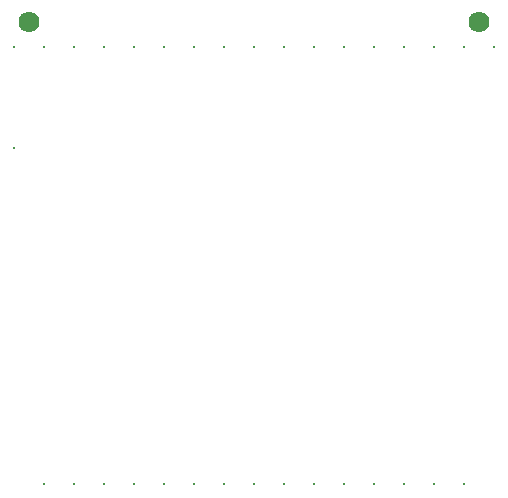
<source format=gbr>
G04 DesignSpark PCB Gerber Version 10.0 Build 5299*
%FSLAX35Y35*%
%MOIN*%
%ADD118C,0.01181*%
%ADD119C,0.07008*%
X0Y0D02*
D02*
D118*
X30250Y124000D03*
Y157750D03*
X40250Y12000D03*
Y157750D03*
X50250Y12000D03*
Y157750D03*
X60250Y12000D03*
Y157750D03*
X70250Y12000D03*
Y157750D03*
X80250Y12000D03*
Y157750D03*
X90250Y12000D03*
Y157750D03*
X100250Y12000D03*
Y157750D03*
X110250Y12000D03*
Y157750D03*
X120250Y12000D03*
Y157750D03*
X130250Y12000D03*
Y157750D03*
X140250Y12000D03*
Y157750D03*
X150250Y12000D03*
Y157750D03*
X160250Y12000D03*
Y157750D03*
X170250Y12000D03*
Y157750D03*
X180250Y12000D03*
Y157750D03*
X190250D03*
D02*
D119*
X35250Y166134D03*
X185250D03*
X0Y0D02*
M02*

</source>
